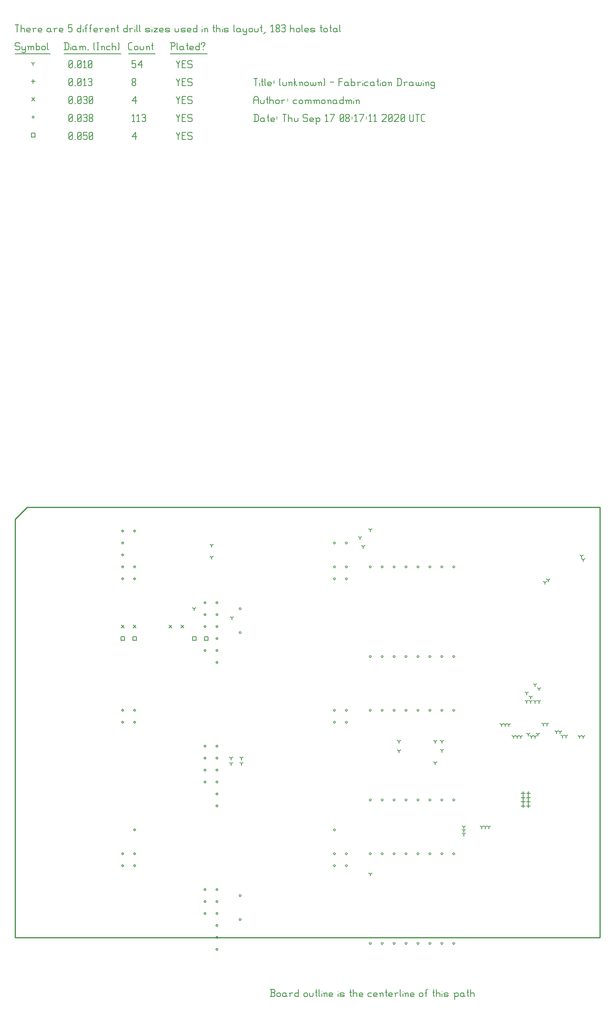
<source format=gbr>
G04 start of page 14 for group -3984 idx -3984 *
G04 Title: (unknown), fab *
G04 Creator: pcb 4.2.0 *
G04 CreationDate: Thu Sep 17 08:17:11 2020 UTC *
G04 For: commonadmin *
G04 Format: Gerber/RS-274X *
G04 PCB-Dimensions (mil): 6000.00 7000.00 *
G04 PCB-Coordinate-Origin: lower left *
%MOIN*%
%FSLAX25Y25*%
%LNFAB*%
%ADD99C,0.0100*%
%ADD98C,0.0075*%
%ADD97C,0.0060*%
%ADD96C,0.0080*%
G54D96*X158400Y291600D02*X161600D01*
X158400D02*Y288400D01*
X161600D01*
Y291600D02*Y288400D01*
X98400Y291600D02*X101600D01*
X98400D02*Y288400D01*
X101600D01*
Y291600D02*Y288400D01*
X88400Y291600D02*X91600D01*
X88400D02*Y288400D01*
X91600D01*
Y291600D02*Y288400D01*
X148400Y291600D02*X151600D01*
X148400D02*Y288400D01*
X151600D01*
Y291600D02*Y288400D01*
X13400Y712850D02*X16600D01*
X13400D02*Y709650D01*
X16600D01*
Y712850D02*Y709650D01*
G54D97*X135000Y713500D02*X136500Y710500D01*
X138000Y713500D01*
X136500Y710500D02*Y707500D01*
X139800Y710800D02*X142050D01*
X139800Y707500D02*X142800D01*
X139800Y713500D02*Y707500D01*
Y713500D02*X142800D01*
X147600D02*X148350Y712750D01*
X145350Y713500D02*X147600D01*
X144600Y712750D02*X145350Y713500D01*
X144600Y712750D02*Y711250D01*
X145350Y710500D01*
X147600D01*
X148350Y709750D01*
Y708250D01*
X147600Y707500D02*X148350Y708250D01*
X145350Y707500D02*X147600D01*
X144600Y708250D02*X145350Y707500D01*
X98000Y709750D02*X101000Y713500D01*
X98000Y709750D02*X101750D01*
X101000Y713500D02*Y707500D01*
X45000Y708250D02*X45750Y707500D01*
X45000Y712750D02*Y708250D01*
Y712750D02*X45750Y713500D01*
X47250D01*
X48000Y712750D01*
Y708250D01*
X47250Y707500D02*X48000Y708250D01*
X45750Y707500D02*X47250D01*
X45000Y709000D02*X48000Y712000D01*
X49800Y707500D02*X50550D01*
X52350Y708250D02*X53100Y707500D01*
X52350Y712750D02*Y708250D01*
Y712750D02*X53100Y713500D01*
X54600D01*
X55350Y712750D01*
Y708250D01*
X54600Y707500D02*X55350Y708250D01*
X53100Y707500D02*X54600D01*
X52350Y709000D02*X55350Y712000D01*
X57150Y713500D02*X60150D01*
X57150D02*Y710500D01*
X57900Y711250D01*
X59400D01*
X60150Y710500D01*
Y708250D01*
X59400Y707500D02*X60150Y708250D01*
X57900Y707500D02*X59400D01*
X57150Y708250D02*X57900Y707500D01*
X61950Y708250D02*X62700Y707500D01*
X61950Y712750D02*Y708250D01*
Y712750D02*X62700Y713500D01*
X64200D01*
X64950Y712750D01*
Y708250D01*
X64200Y707500D02*X64950Y708250D01*
X62700Y707500D02*X64200D01*
X61950Y709000D02*X64950Y712000D01*
X296700Y155000D02*G75*G03X298300Y155000I800J0D01*G01*
G75*G03X296700Y155000I-800J0D01*G01*
X306700D02*G75*G03X308300Y155000I800J0D01*G01*
G75*G03X306700Y155000I-800J0D01*G01*
X316700D02*G75*G03X318300Y155000I800J0D01*G01*
G75*G03X316700Y155000I-800J0D01*G01*
X326700D02*G75*G03X328300Y155000I800J0D01*G01*
G75*G03X326700Y155000I-800J0D01*G01*
X336700D02*G75*G03X338300Y155000I800J0D01*G01*
G75*G03X336700Y155000I-800J0D01*G01*
X346700D02*G75*G03X348300Y155000I800J0D01*G01*
G75*G03X346700Y155000I-800J0D01*G01*
X356700D02*G75*G03X358300Y155000I800J0D01*G01*
G75*G03X356700Y155000I-800J0D01*G01*
X366700D02*G75*G03X368300Y155000I800J0D01*G01*
G75*G03X366700Y155000I-800J0D01*G01*
X296700Y230000D02*G75*G03X298300Y230000I800J0D01*G01*
G75*G03X296700Y230000I-800J0D01*G01*
X306700D02*G75*G03X308300Y230000I800J0D01*G01*
G75*G03X306700Y230000I-800J0D01*G01*
X316700D02*G75*G03X318300Y230000I800J0D01*G01*
G75*G03X316700Y230000I-800J0D01*G01*
X326700D02*G75*G03X328300Y230000I800J0D01*G01*
G75*G03X326700Y230000I-800J0D01*G01*
X336700D02*G75*G03X338300Y230000I800J0D01*G01*
G75*G03X336700Y230000I-800J0D01*G01*
X346700D02*G75*G03X348300Y230000I800J0D01*G01*
G75*G03X346700Y230000I-800J0D01*G01*
X356700D02*G75*G03X358300Y230000I800J0D01*G01*
G75*G03X356700Y230000I-800J0D01*G01*
X366700D02*G75*G03X368300Y230000I800J0D01*G01*
G75*G03X366700Y230000I-800J0D01*G01*
X276700D02*G75*G03X278300Y230000I800J0D01*G01*
G75*G03X276700Y230000I-800J0D01*G01*
Y220000D02*G75*G03X278300Y220000I800J0D01*G01*
G75*G03X276700Y220000I-800J0D01*G01*
X266700D02*G75*G03X268300Y220000I800J0D01*G01*
G75*G03X266700Y220000I-800J0D01*G01*
Y230000D02*G75*G03X268300Y230000I800J0D01*G01*
G75*G03X266700Y230000I-800J0D01*G01*
X99200D02*G75*G03X100800Y230000I800J0D01*G01*
G75*G03X99200Y230000I-800J0D01*G01*
Y220000D02*G75*G03X100800Y220000I800J0D01*G01*
G75*G03X99200Y220000I-800J0D01*G01*
X89200D02*G75*G03X90800Y220000I800J0D01*G01*
G75*G03X89200Y220000I-800J0D01*G01*
Y230000D02*G75*G03X90800Y230000I800J0D01*G01*
G75*G03X89200Y230000I-800J0D01*G01*
X168200Y80000D02*G75*G03X169800Y80000I800J0D01*G01*
G75*G03X168200Y80000I-800J0D01*G01*
Y70000D02*G75*G03X169800Y70000I800J0D01*G01*
G75*G03X168200Y70000I-800J0D01*G01*
Y60000D02*G75*G03X169800Y60000I800J0D01*G01*
G75*G03X168200Y60000I-800J0D01*G01*
Y50000D02*G75*G03X169800Y50000I800J0D01*G01*
G75*G03X168200Y50000I-800J0D01*G01*
Y40000D02*G75*G03X169800Y40000I800J0D01*G01*
G75*G03X168200Y40000I-800J0D01*G01*
Y30000D02*G75*G03X169800Y30000I800J0D01*G01*
G75*G03X168200Y30000I-800J0D01*G01*
Y200000D02*G75*G03X169800Y200000I800J0D01*G01*
G75*G03X168200Y200000I-800J0D01*G01*
Y190000D02*G75*G03X169800Y190000I800J0D01*G01*
G75*G03X168200Y190000I-800J0D01*G01*
Y180000D02*G75*G03X169800Y180000I800J0D01*G01*
G75*G03X168200Y180000I-800J0D01*G01*
Y170000D02*G75*G03X169800Y170000I800J0D01*G01*
G75*G03X168200Y170000I-800J0D01*G01*
Y160000D02*G75*G03X169800Y160000I800J0D01*G01*
G75*G03X168200Y160000I-800J0D01*G01*
Y150000D02*G75*G03X169800Y150000I800J0D01*G01*
G75*G03X168200Y150000I-800J0D01*G01*
Y320000D02*G75*G03X169800Y320000I800J0D01*G01*
G75*G03X168200Y320000I-800J0D01*G01*
Y310000D02*G75*G03X169800Y310000I800J0D01*G01*
G75*G03X168200Y310000I-800J0D01*G01*
Y300000D02*G75*G03X169800Y300000I800J0D01*G01*
G75*G03X168200Y300000I-800J0D01*G01*
Y290000D02*G75*G03X169800Y290000I800J0D01*G01*
G75*G03X168200Y290000I-800J0D01*G01*
Y280000D02*G75*G03X169800Y280000I800J0D01*G01*
G75*G03X168200Y280000I-800J0D01*G01*
Y270000D02*G75*G03X169800Y270000I800J0D01*G01*
G75*G03X168200Y270000I-800J0D01*G01*
X89200Y110000D02*G75*G03X90800Y110000I800J0D01*G01*
G75*G03X89200Y110000I-800J0D01*G01*
Y100000D02*G75*G03X90800Y100000I800J0D01*G01*
G75*G03X89200Y100000I-800J0D01*G01*
X99200D02*G75*G03X100800Y100000I800J0D01*G01*
G75*G03X99200Y100000I-800J0D01*G01*
Y110000D02*G75*G03X100800Y110000I800J0D01*G01*
G75*G03X99200Y110000I-800J0D01*G01*
X266700D02*G75*G03X268300Y110000I800J0D01*G01*
G75*G03X266700Y110000I-800J0D01*G01*
Y100000D02*G75*G03X268300Y100000I800J0D01*G01*
G75*G03X266700Y100000I-800J0D01*G01*
X276700D02*G75*G03X278300Y100000I800J0D01*G01*
G75*G03X276700Y100000I-800J0D01*G01*
Y110000D02*G75*G03X278300Y110000I800J0D01*G01*
G75*G03X276700Y110000I-800J0D01*G01*
X187700Y75000D02*G75*G03X189300Y75000I800J0D01*G01*
G75*G03X187700Y75000I-800J0D01*G01*
Y55000D02*G75*G03X189300Y55000I800J0D01*G01*
G75*G03X187700Y55000I-800J0D01*G01*
X366700Y110000D02*G75*G03X368300Y110000I800J0D01*G01*
G75*G03X366700Y110000I-800J0D01*G01*
X356700D02*G75*G03X358300Y110000I800J0D01*G01*
G75*G03X356700Y110000I-800J0D01*G01*
X346700D02*G75*G03X348300Y110000I800J0D01*G01*
G75*G03X346700Y110000I-800J0D01*G01*
X336700D02*G75*G03X338300Y110000I800J0D01*G01*
G75*G03X336700Y110000I-800J0D01*G01*
X326700D02*G75*G03X328300Y110000I800J0D01*G01*
G75*G03X326700Y110000I-800J0D01*G01*
X316700D02*G75*G03X318300Y110000I800J0D01*G01*
G75*G03X316700Y110000I-800J0D01*G01*
X306700D02*G75*G03X308300Y110000I800J0D01*G01*
G75*G03X306700Y110000I-800J0D01*G01*
X296700D02*G75*G03X298300Y110000I800J0D01*G01*
G75*G03X296700Y110000I-800J0D01*G01*
X366700Y35000D02*G75*G03X368300Y35000I800J0D01*G01*
G75*G03X366700Y35000I-800J0D01*G01*
X356700D02*G75*G03X358300Y35000I800J0D01*G01*
G75*G03X356700Y35000I-800J0D01*G01*
X346700D02*G75*G03X348300Y35000I800J0D01*G01*
G75*G03X346700Y35000I-800J0D01*G01*
X336700D02*G75*G03X338300Y35000I800J0D01*G01*
G75*G03X336700Y35000I-800J0D01*G01*
X326700D02*G75*G03X328300Y35000I800J0D01*G01*
G75*G03X326700Y35000I-800J0D01*G01*
X316700D02*G75*G03X318300Y35000I800J0D01*G01*
G75*G03X316700Y35000I-800J0D01*G01*
X306700D02*G75*G03X308300Y35000I800J0D01*G01*
G75*G03X306700Y35000I-800J0D01*G01*
X296700D02*G75*G03X298300Y35000I800J0D01*G01*
G75*G03X296700Y35000I-800J0D01*G01*
X89200Y350000D02*G75*G03X90800Y350000I800J0D01*G01*
G75*G03X89200Y350000I-800J0D01*G01*
Y340000D02*G75*G03X90800Y340000I800J0D01*G01*
G75*G03X89200Y340000I-800J0D01*G01*
X99200D02*G75*G03X100800Y340000I800J0D01*G01*
G75*G03X99200Y340000I-800J0D01*G01*
Y350000D02*G75*G03X100800Y350000I800J0D01*G01*
G75*G03X99200Y350000I-800J0D01*G01*
X266700D02*G75*G03X268300Y350000I800J0D01*G01*
G75*G03X266700Y350000I-800J0D01*G01*
Y340000D02*G75*G03X268300Y340000I800J0D01*G01*
G75*G03X266700Y340000I-800J0D01*G01*
X276700D02*G75*G03X278300Y340000I800J0D01*G01*
G75*G03X276700Y340000I-800J0D01*G01*
Y350000D02*G75*G03X278300Y350000I800J0D01*G01*
G75*G03X276700Y350000I-800J0D01*G01*
X187700Y315000D02*G75*G03X189300Y315000I800J0D01*G01*
G75*G03X187700Y315000I-800J0D01*G01*
Y295000D02*G75*G03X189300Y295000I800J0D01*G01*
G75*G03X187700Y295000I-800J0D01*G01*
X366700Y275000D02*G75*G03X368300Y275000I800J0D01*G01*
G75*G03X366700Y275000I-800J0D01*G01*
X356700D02*G75*G03X358300Y275000I800J0D01*G01*
G75*G03X356700Y275000I-800J0D01*G01*
X346700D02*G75*G03X348300Y275000I800J0D01*G01*
G75*G03X346700Y275000I-800J0D01*G01*
X336700D02*G75*G03X338300Y275000I800J0D01*G01*
G75*G03X336700Y275000I-800J0D01*G01*
X326700D02*G75*G03X328300Y275000I800J0D01*G01*
G75*G03X326700Y275000I-800J0D01*G01*
X316700D02*G75*G03X318300Y275000I800J0D01*G01*
G75*G03X316700Y275000I-800J0D01*G01*
X306700D02*G75*G03X308300Y275000I800J0D01*G01*
G75*G03X306700Y275000I-800J0D01*G01*
X296700D02*G75*G03X298300Y275000I800J0D01*G01*
G75*G03X296700Y275000I-800J0D01*G01*
X366700Y350000D02*G75*G03X368300Y350000I800J0D01*G01*
G75*G03X366700Y350000I-800J0D01*G01*
X356700D02*G75*G03X358300Y350000I800J0D01*G01*
G75*G03X356700Y350000I-800J0D01*G01*
X346700D02*G75*G03X348300Y350000I800J0D01*G01*
G75*G03X346700Y350000I-800J0D01*G01*
X336700D02*G75*G03X338300Y350000I800J0D01*G01*
G75*G03X336700Y350000I-800J0D01*G01*
X326700D02*G75*G03X328300Y350000I800J0D01*G01*
G75*G03X326700Y350000I-800J0D01*G01*
X316700D02*G75*G03X318300Y350000I800J0D01*G01*
G75*G03X316700Y350000I-800J0D01*G01*
X306700D02*G75*G03X308300Y350000I800J0D01*G01*
G75*G03X306700Y350000I-800J0D01*G01*
X296700D02*G75*G03X298300Y350000I800J0D01*G01*
G75*G03X296700Y350000I-800J0D01*G01*
X276700Y370000D02*G75*G03X278300Y370000I800J0D01*G01*
G75*G03X276700Y370000I-800J0D01*G01*
X158200Y320000D02*G75*G03X159800Y320000I800J0D01*G01*
G75*G03X158200Y320000I-800J0D01*G01*
Y310000D02*G75*G03X159800Y310000I800J0D01*G01*
G75*G03X158200Y310000I-800J0D01*G01*
Y280000D02*G75*G03X159800Y280000I800J0D01*G01*
G75*G03X158200Y280000I-800J0D01*G01*
X266700Y370000D02*G75*G03X268300Y370000I800J0D01*G01*
G75*G03X266700Y370000I-800J0D01*G01*
X99200Y380000D02*G75*G03X100800Y380000I800J0D01*G01*
G75*G03X99200Y380000I-800J0D01*G01*
X158200Y200000D02*G75*G03X159800Y200000I800J0D01*G01*
G75*G03X158200Y200000I-800J0D01*G01*
Y190000D02*G75*G03X159800Y190000I800J0D01*G01*
G75*G03X158200Y190000I-800J0D01*G01*
Y180000D02*G75*G03X159800Y180000I800J0D01*G01*
G75*G03X158200Y180000I-800J0D01*G01*
Y170000D02*G75*G03X159800Y170000I800J0D01*G01*
G75*G03X158200Y170000I-800J0D01*G01*
Y80000D02*G75*G03X159800Y80000I800J0D01*G01*
G75*G03X158200Y80000I-800J0D01*G01*
Y70000D02*G75*G03X159800Y70000I800J0D01*G01*
G75*G03X158200Y70000I-800J0D01*G01*
Y60000D02*G75*G03X159800Y60000I800J0D01*G01*
G75*G03X158200Y60000I-800J0D01*G01*
X99200Y130000D02*G75*G03X100800Y130000I800J0D01*G01*
G75*G03X99200Y130000I-800J0D01*G01*
X266700D02*G75*G03X268300Y130000I800J0D01*G01*
G75*G03X266700Y130000I-800J0D01*G01*
X89200Y370000D02*G75*G03X90800Y370000I800J0D01*G01*
G75*G03X89200Y370000I-800J0D01*G01*
Y380000D02*G75*G03X90800Y380000I800J0D01*G01*
G75*G03X89200Y380000I-800J0D01*G01*
Y360000D02*G75*G03X90800Y360000I800J0D01*G01*
G75*G03X89200Y360000I-800J0D01*G01*
X158200Y300000D02*G75*G03X159800Y300000I800J0D01*G01*
G75*G03X158200Y300000I-800J0D01*G01*
X14200Y726250D02*G75*G03X15800Y726250I800J0D01*G01*
G75*G03X14200Y726250I-800J0D01*G01*
X135000Y728500D02*X136500Y725500D01*
X138000Y728500D01*
X136500Y725500D02*Y722500D01*
X139800Y725800D02*X142050D01*
X139800Y722500D02*X142800D01*
X139800Y728500D02*Y722500D01*
Y728500D02*X142800D01*
X147600D02*X148350Y727750D01*
X145350Y728500D02*X147600D01*
X144600Y727750D02*X145350Y728500D01*
X144600Y727750D02*Y726250D01*
X145350Y725500D01*
X147600D01*
X148350Y724750D01*
Y723250D01*
X147600Y722500D02*X148350Y723250D01*
X145350Y722500D02*X147600D01*
X144600Y723250D02*X145350Y722500D01*
X98000Y727300D02*X99200Y728500D01*
Y722500D01*
X98000D02*X100250D01*
X102050Y727300D02*X103250Y728500D01*
Y722500D01*
X102050D02*X104300D01*
X106100Y727750D02*X106850Y728500D01*
X108350D01*
X109100Y727750D01*
X108350Y722500D02*X109100Y723250D01*
X106850Y722500D02*X108350D01*
X106100Y723250D02*X106850Y722500D01*
Y725800D02*X108350D01*
X109100Y727750D02*Y726550D01*
Y725050D02*Y723250D01*
Y725050D02*X108350Y725800D01*
X109100Y726550D02*X108350Y725800D01*
X45000Y723250D02*X45750Y722500D01*
X45000Y727750D02*Y723250D01*
Y727750D02*X45750Y728500D01*
X47250D01*
X48000Y727750D01*
Y723250D01*
X47250Y722500D02*X48000Y723250D01*
X45750Y722500D02*X47250D01*
X45000Y724000D02*X48000Y727000D01*
X49800Y722500D02*X50550D01*
X52350Y723250D02*X53100Y722500D01*
X52350Y727750D02*Y723250D01*
Y727750D02*X53100Y728500D01*
X54600D01*
X55350Y727750D01*
Y723250D01*
X54600Y722500D02*X55350Y723250D01*
X53100Y722500D02*X54600D01*
X52350Y724000D02*X55350Y727000D01*
X57150Y727750D02*X57900Y728500D01*
X59400D01*
X60150Y727750D01*
X59400Y722500D02*X60150Y723250D01*
X57900Y722500D02*X59400D01*
X57150Y723250D02*X57900Y722500D01*
Y725800D02*X59400D01*
X60150Y727750D02*Y726550D01*
Y725050D02*Y723250D01*
Y725050D02*X59400Y725800D01*
X60150Y726550D02*X59400Y725800D01*
X61950Y723250D02*X62700Y722500D01*
X61950Y724450D02*Y723250D01*
Y724450D02*X63000Y725500D01*
X63900D01*
X64950Y724450D01*
Y723250D01*
X64200Y722500D02*X64950Y723250D01*
X62700Y722500D02*X64200D01*
X61950Y726550D02*X63000Y725500D01*
X61950Y727750D02*Y726550D01*
Y727750D02*X62700Y728500D01*
X64200D01*
X64950Y727750D01*
Y726550D01*
X63900Y725500D02*X64950Y726550D01*
X88800Y301200D02*X91200Y298800D01*
X88800D02*X91200Y301200D01*
X128800D02*X131200Y298800D01*
X128800D02*X131200Y301200D01*
X138800D02*X141200Y298800D01*
X138800D02*X141200Y301200D01*
X98800D02*X101200Y298800D01*
X98800D02*X101200Y301200D01*
X13800Y742450D02*X16200Y740050D01*
X13800D02*X16200Y742450D01*
X135000Y743500D02*X136500Y740500D01*
X138000Y743500D01*
X136500Y740500D02*Y737500D01*
X139800Y740800D02*X142050D01*
X139800Y737500D02*X142800D01*
X139800Y743500D02*Y737500D01*
Y743500D02*X142800D01*
X147600D02*X148350Y742750D01*
X145350Y743500D02*X147600D01*
X144600Y742750D02*X145350Y743500D01*
X144600Y742750D02*Y741250D01*
X145350Y740500D01*
X147600D01*
X148350Y739750D01*
Y738250D01*
X147600Y737500D02*X148350Y738250D01*
X145350Y737500D02*X147600D01*
X144600Y738250D02*X145350Y737500D01*
X98000Y739750D02*X101000Y743500D01*
X98000Y739750D02*X101750D01*
X101000Y743500D02*Y737500D01*
X45000Y738250D02*X45750Y737500D01*
X45000Y742750D02*Y738250D01*
Y742750D02*X45750Y743500D01*
X47250D01*
X48000Y742750D01*
Y738250D01*
X47250Y737500D02*X48000Y738250D01*
X45750Y737500D02*X47250D01*
X45000Y739000D02*X48000Y742000D01*
X49800Y737500D02*X50550D01*
X52350Y738250D02*X53100Y737500D01*
X52350Y742750D02*Y738250D01*
Y742750D02*X53100Y743500D01*
X54600D01*
X55350Y742750D01*
Y738250D01*
X54600Y737500D02*X55350Y738250D01*
X53100Y737500D02*X54600D01*
X52350Y739000D02*X55350Y742000D01*
X57150Y742750D02*X57900Y743500D01*
X59400D01*
X60150Y742750D01*
X59400Y737500D02*X60150Y738250D01*
X57900Y737500D02*X59400D01*
X57150Y738250D02*X57900Y737500D01*
Y740800D02*X59400D01*
X60150Y742750D02*Y741550D01*
Y740050D02*Y738250D01*
Y740050D02*X59400Y740800D01*
X60150Y741550D02*X59400Y740800D01*
X61950Y738250D02*X62700Y737500D01*
X61950Y742750D02*Y738250D01*
Y742750D02*X62700Y743500D01*
X64200D01*
X64950Y742750D01*
Y738250D01*
X64200Y737500D02*X64950Y738250D01*
X62700Y737500D02*X64200D01*
X61950Y739000D02*X64950Y742000D01*
X425500Y155100D02*Y151900D01*
X423900Y153500D02*X427100D01*
X430000Y158600D02*Y155400D01*
X428400Y157000D02*X431600D01*
X425500Y158600D02*Y155400D01*
X423900Y157000D02*X427100D01*
X425500Y162100D02*Y158900D01*
X423900Y160500D02*X427100D01*
X430000Y162100D02*Y158900D01*
X428400Y160500D02*X431600D01*
X425500Y151600D02*Y148400D01*
X423900Y150000D02*X427100D01*
X430000Y151600D02*Y148400D01*
X428400Y150000D02*X431600D01*
X430000Y155100D02*Y151900D01*
X428400Y153500D02*X431600D01*
X15000Y757850D02*Y754650D01*
X13400Y756250D02*X16600D01*
X135000Y758500D02*X136500Y755500D01*
X138000Y758500D01*
X136500Y755500D02*Y752500D01*
X139800Y755800D02*X142050D01*
X139800Y752500D02*X142800D01*
X139800Y758500D02*Y752500D01*
Y758500D02*X142800D01*
X147600D02*X148350Y757750D01*
X145350Y758500D02*X147600D01*
X144600Y757750D02*X145350Y758500D01*
X144600Y757750D02*Y756250D01*
X145350Y755500D01*
X147600D01*
X148350Y754750D01*
Y753250D01*
X147600Y752500D02*X148350Y753250D01*
X145350Y752500D02*X147600D01*
X144600Y753250D02*X145350Y752500D01*
X98000Y753250D02*X98750Y752500D01*
X98000Y754450D02*Y753250D01*
Y754450D02*X99050Y755500D01*
X99950D01*
X101000Y754450D01*
Y753250D01*
X100250Y752500D02*X101000Y753250D01*
X98750Y752500D02*X100250D01*
X98000Y756550D02*X99050Y755500D01*
X98000Y757750D02*Y756550D01*
Y757750D02*X98750Y758500D01*
X100250D01*
X101000Y757750D01*
Y756550D01*
X99950Y755500D02*X101000Y756550D01*
X45000Y753250D02*X45750Y752500D01*
X45000Y757750D02*Y753250D01*
Y757750D02*X45750Y758500D01*
X47250D01*
X48000Y757750D01*
Y753250D01*
X47250Y752500D02*X48000Y753250D01*
X45750Y752500D02*X47250D01*
X45000Y754000D02*X48000Y757000D01*
X49800Y752500D02*X50550D01*
X52350Y753250D02*X53100Y752500D01*
X52350Y757750D02*Y753250D01*
Y757750D02*X53100Y758500D01*
X54600D01*
X55350Y757750D01*
Y753250D01*
X54600Y752500D02*X55350Y753250D01*
X53100Y752500D02*X54600D01*
X52350Y754000D02*X55350Y757000D01*
X57150Y757300D02*X58350Y758500D01*
Y752500D01*
X57150D02*X59400D01*
X61200Y757750D02*X61950Y758500D01*
X63450D01*
X64200Y757750D01*
X63450Y752500D02*X64200Y753250D01*
X61950Y752500D02*X63450D01*
X61200Y753250D02*X61950Y752500D01*
Y755800D02*X63450D01*
X64200Y757750D02*Y756550D01*
Y755050D02*Y753250D01*
Y755050D02*X63450Y755800D01*
X64200Y756550D02*X63450Y755800D01*
X458499Y208500D02*Y206900D01*
Y208500D02*X459886Y209300D01*
X458499Y208500D02*X457113Y209300D01*
X461500Y208500D02*Y206900D01*
Y208500D02*X462887Y209300D01*
X461500Y208500D02*X460113Y209300D01*
X453500Y212000D02*Y210400D01*
Y212000D02*X454887Y212800D01*
X453500Y212000D02*X452113Y212800D01*
X456500Y212000D02*Y210400D01*
Y212000D02*X457887Y212800D01*
X456500Y212000D02*X455113Y212800D01*
X442500Y218500D02*Y216900D01*
Y218500D02*X443887Y219300D01*
X442500Y218500D02*X441113Y219300D01*
X445500Y218500D02*Y216900D01*
Y218500D02*X446887Y219300D01*
X445500Y218500D02*X444113Y219300D01*
X430000Y210000D02*Y208400D01*
Y210000D02*X431387Y210800D01*
X430000Y210000D02*X428613Y210800D01*
X432500Y208000D02*Y206400D01*
Y208000D02*X433887Y208800D01*
X432500Y208000D02*X431113Y208800D01*
X435500Y208000D02*Y206400D01*
Y208000D02*X436887Y208800D01*
X435500Y208000D02*X434113Y208800D01*
X438000Y210000D02*Y208400D01*
Y210000D02*X439387Y210800D01*
X438000Y210000D02*X436613Y210800D01*
X473000Y208000D02*Y206400D01*
Y208000D02*X474387Y208800D01*
X473000Y208000D02*X471613Y208800D01*
X476000Y208000D02*Y206400D01*
Y208000D02*X477387Y208800D01*
X476000Y208000D02*X474613Y208800D01*
X417500Y208000D02*Y206400D01*
Y208000D02*X418887Y208800D01*
X417500Y208000D02*X416113Y208800D01*
X420500Y208000D02*Y206400D01*
Y208000D02*X421887Y208800D01*
X420500Y208000D02*X419113Y208800D01*
X423500Y208000D02*Y206400D01*
Y208000D02*X424887Y208800D01*
X423500Y208000D02*X422113Y208800D01*
X407500Y218000D02*Y216400D01*
Y218000D02*X408887Y218800D01*
X407500Y218000D02*X406113Y218800D01*
X410500Y218000D02*Y216400D01*
Y218000D02*X411887Y218800D01*
X410500Y218000D02*X409113Y218800D01*
X413500Y218000D02*Y216400D01*
Y218000D02*X414887Y218800D01*
X413500Y218000D02*X412113Y218800D01*
X291500Y367000D02*Y365400D01*
Y367000D02*X292887Y367800D01*
X291500Y367000D02*X290113Y367800D01*
X289000Y374500D02*Y372900D01*
Y374500D02*X290387Y375300D01*
X289000Y374500D02*X287613Y375300D01*
X164500Y368000D02*Y366400D01*
Y368000D02*X165887Y368800D01*
X164500Y368000D02*X163113Y368800D01*
X164500Y358000D02*Y356400D01*
Y358000D02*X165887Y358800D01*
X164500Y358000D02*X163113Y358800D01*
X297500Y381000D02*Y379400D01*
Y381000D02*X298887Y381800D01*
X297500Y381000D02*X296113Y381800D01*
X321500Y196000D02*Y194400D01*
Y196000D02*X322887Y196800D01*
X321500Y196000D02*X320113Y196800D01*
X297500Y93000D02*Y91400D01*
Y93000D02*X298887Y93800D01*
X297500Y93000D02*X296113Y93800D01*
X376000Y132500D02*Y130900D01*
Y132500D02*X377387Y133300D01*
X376000Y132500D02*X374613Y133300D01*
X391000Y132500D02*Y130900D01*
Y132500D02*X392387Y133300D01*
X391000Y132500D02*X389613Y133300D01*
X394000Y132500D02*Y130900D01*
Y132500D02*X395387Y133300D01*
X394000Y132500D02*X392613Y133300D01*
X397000Y132500D02*Y130900D01*
Y132500D02*X398387Y133300D01*
X397000Y132500D02*X395613Y133300D01*
X376000Y126500D02*Y124900D01*
Y126500D02*X377387Y127300D01*
X376000Y126500D02*X374613Y127300D01*
X376000Y129500D02*Y127900D01*
Y129500D02*X377387Y130300D01*
X376000Y129500D02*X374613Y130300D01*
X150000Y315000D02*Y313400D01*
Y315000D02*X151387Y315800D01*
X150000Y315000D02*X148613Y315800D01*
X181500Y307500D02*Y305900D01*
Y307500D02*X182887Y308300D01*
X181500Y307500D02*X180113Y308300D01*
X352000Y204000D02*Y202400D01*
Y204000D02*X353387Y204800D01*
X352000Y204000D02*X350613Y204800D01*
X352000Y186000D02*Y184400D01*
Y186000D02*X353387Y186800D01*
X352000Y186000D02*X350613Y186800D01*
X189500Y185500D02*Y183900D01*
Y185500D02*X190887Y186300D01*
X189500Y185500D02*X188113Y186300D01*
X181000Y185500D02*Y183900D01*
Y185500D02*X182387Y186300D01*
X181000Y185500D02*X179613Y186300D01*
X357500Y204000D02*Y202400D01*
Y204000D02*X358887Y204800D01*
X357500Y204000D02*X356113Y204800D01*
X357500Y196500D02*Y194900D01*
Y196500D02*X358887Y197300D01*
X357500Y196500D02*X356113Y197300D01*
X189500Y190000D02*Y188400D01*
Y190000D02*X190887Y190800D01*
X189500Y190000D02*X188113Y190800D01*
X181000Y190000D02*Y188400D01*
Y190000D02*X182387Y190800D01*
X181000Y190000D02*X179613Y190800D01*
X321500Y204000D02*Y202400D01*
Y204000D02*X322887Y204800D01*
X321500Y204000D02*X320113Y204800D01*
X439000Y237500D02*Y235900D01*
Y237500D02*X440387Y238300D01*
X439000Y237500D02*X437613Y238300D01*
X435500Y237500D02*Y235900D01*
Y237500D02*X436887Y238300D01*
X435500Y237500D02*X434113Y238300D01*
X432000Y237500D02*Y235900D01*
Y237500D02*X433387Y238300D01*
X432000Y237500D02*X430613Y238300D01*
X428500Y237500D02*Y235900D01*
Y237500D02*X429887Y238300D01*
X428500Y237500D02*X427113Y238300D01*
X439000Y248000D02*Y246400D01*
Y248000D02*X440387Y248800D01*
X439000Y248000D02*X437613Y248800D01*
X435500Y251500D02*Y249900D01*
Y251500D02*X436887Y252300D01*
X435500Y251500D02*X434113Y252300D01*
X432000Y241000D02*Y239400D01*
Y241000D02*X433387Y241800D01*
X432000Y241000D02*X430613Y241800D01*
X428500Y244500D02*Y242900D01*
Y244500D02*X429887Y245300D01*
X428500Y244500D02*X427113Y245300D01*
X444000Y337000D02*Y335400D01*
Y337000D02*X445387Y337800D01*
X444000Y337000D02*X442613Y337800D01*
X474500Y359000D02*Y357400D01*
Y359000D02*X475887Y359800D01*
X474500Y359000D02*X473113Y359800D01*
X446500Y339000D02*Y337400D01*
Y339000D02*X447887Y339800D01*
X446500Y339000D02*X445113Y339800D01*
X476000Y356000D02*Y354400D01*
Y356000D02*X477387Y356800D01*
X476000Y356000D02*X474613Y356800D01*
X15000Y771250D02*Y769650D01*
Y771250D02*X16387Y772050D01*
X15000Y771250D02*X13613Y772050D01*
X135000Y773500D02*X136500Y770500D01*
X138000Y773500D01*
X136500Y770500D02*Y767500D01*
X139800Y770800D02*X142050D01*
X139800Y767500D02*X142800D01*
X139800Y773500D02*Y767500D01*
Y773500D02*X142800D01*
X147600D02*X148350Y772750D01*
X145350Y773500D02*X147600D01*
X144600Y772750D02*X145350Y773500D01*
X144600Y772750D02*Y771250D01*
X145350Y770500D01*
X147600D01*
X148350Y769750D01*
Y768250D01*
X147600Y767500D02*X148350Y768250D01*
X145350Y767500D02*X147600D01*
X144600Y768250D02*X145350Y767500D01*
X98000Y773500D02*X101000D01*
X98000D02*Y770500D01*
X98750Y771250D01*
X100250D01*
X101000Y770500D01*
Y768250D01*
X100250Y767500D02*X101000Y768250D01*
X98750Y767500D02*X100250D01*
X98000Y768250D02*X98750Y767500D01*
X102800Y769750D02*X105800Y773500D01*
X102800Y769750D02*X106550D01*
X105800Y773500D02*Y767500D01*
X45000Y768250D02*X45750Y767500D01*
X45000Y772750D02*Y768250D01*
Y772750D02*X45750Y773500D01*
X47250D01*
X48000Y772750D01*
Y768250D01*
X47250Y767500D02*X48000Y768250D01*
X45750Y767500D02*X47250D01*
X45000Y769000D02*X48000Y772000D01*
X49800Y767500D02*X50550D01*
X52350Y768250D02*X53100Y767500D01*
X52350Y772750D02*Y768250D01*
Y772750D02*X53100Y773500D01*
X54600D01*
X55350Y772750D01*
Y768250D01*
X54600Y767500D02*X55350Y768250D01*
X53100Y767500D02*X54600D01*
X52350Y769000D02*X55350Y772000D01*
X57150Y772300D02*X58350Y773500D01*
Y767500D01*
X57150D02*X59400D01*
X61200Y768250D02*X61950Y767500D01*
X61200Y772750D02*Y768250D01*
Y772750D02*X61950Y773500D01*
X63450D01*
X64200Y772750D01*
Y768250D01*
X63450Y767500D02*X64200Y768250D01*
X61950Y767500D02*X63450D01*
X61200Y769000D02*X64200Y772000D01*
X3000Y788500D02*X3750Y787750D01*
X750Y788500D02*X3000D01*
X0Y787750D02*X750Y788500D01*
X0Y787750D02*Y786250D01*
X750Y785500D01*
X3000D01*
X3750Y784750D01*
Y783250D01*
X3000Y782500D02*X3750Y783250D01*
X750Y782500D02*X3000D01*
X0Y783250D02*X750Y782500D01*
X5550Y785500D02*Y783250D01*
X6300Y782500D01*
X8550Y785500D02*Y781000D01*
X7800Y780250D02*X8550Y781000D01*
X6300Y780250D02*X7800D01*
X5550Y781000D02*X6300Y780250D01*
Y782500D02*X7800D01*
X8550Y783250D01*
X11100Y784750D02*Y782500D01*
Y784750D02*X11850Y785500D01*
X12600D01*
X13350Y784750D01*
Y782500D01*
Y784750D02*X14100Y785500D01*
X14850D01*
X15600Y784750D01*
Y782500D01*
X10350Y785500D02*X11100Y784750D01*
X17400Y788500D02*Y782500D01*
Y783250D02*X18150Y782500D01*
X19650D01*
X20400Y783250D01*
Y784750D02*Y783250D01*
X19650Y785500D02*X20400Y784750D01*
X18150Y785500D02*X19650D01*
X17400Y784750D02*X18150Y785500D01*
X22200Y784750D02*Y783250D01*
Y784750D02*X22950Y785500D01*
X24450D01*
X25200Y784750D01*
Y783250D01*
X24450Y782500D02*X25200Y783250D01*
X22950Y782500D02*X24450D01*
X22200Y783250D02*X22950Y782500D01*
X27000Y788500D02*Y783250D01*
X27750Y782500D01*
X0Y779250D02*X29250D01*
X41750Y788500D02*Y782500D01*
X43700Y788500D02*X44750Y787450D01*
Y783550D01*
X43700Y782500D02*X44750Y783550D01*
X41000Y782500D02*X43700D01*
X41000Y788500D02*X43700D01*
G54D98*X46550Y787000D02*Y786850D01*
G54D97*Y784750D02*Y782500D01*
X50300Y785500D02*X51050Y784750D01*
X48800Y785500D02*X50300D01*
X48050Y784750D02*X48800Y785500D01*
X48050Y784750D02*Y783250D01*
X48800Y782500D01*
X51050Y785500D02*Y783250D01*
X51800Y782500D01*
X48800D02*X50300D01*
X51050Y783250D01*
X54350Y784750D02*Y782500D01*
Y784750D02*X55100Y785500D01*
X55850D01*
X56600Y784750D01*
Y782500D01*
Y784750D02*X57350Y785500D01*
X58100D01*
X58850Y784750D01*
Y782500D01*
X53600Y785500D02*X54350Y784750D01*
X60650Y782500D02*X61400D01*
X65900Y783250D02*X66650Y782500D01*
X65900Y787750D02*X66650Y788500D01*
X65900Y787750D02*Y783250D01*
X68450Y788500D02*X69950D01*
X69200D02*Y782500D01*
X68450D02*X69950D01*
X72500Y784750D02*Y782500D01*
Y784750D02*X73250Y785500D01*
X74000D01*
X74750Y784750D01*
Y782500D01*
X71750Y785500D02*X72500Y784750D01*
X77300Y785500D02*X79550D01*
X76550Y784750D02*X77300Y785500D01*
X76550Y784750D02*Y783250D01*
X77300Y782500D01*
X79550D01*
X81350Y788500D02*Y782500D01*
Y784750D02*X82100Y785500D01*
X83600D01*
X84350Y784750D01*
Y782500D01*
X86150Y788500D02*X86900Y787750D01*
Y783250D01*
X86150Y782500D02*X86900Y783250D01*
X41000Y779250D02*X88700D01*
X96050Y782500D02*X98000D01*
X95000Y783550D02*X96050Y782500D01*
X95000Y787450D02*Y783550D01*
Y787450D02*X96050Y788500D01*
X98000D01*
X99800Y784750D02*Y783250D01*
Y784750D02*X100550Y785500D01*
X102050D01*
X102800Y784750D01*
Y783250D01*
X102050Y782500D02*X102800Y783250D01*
X100550Y782500D02*X102050D01*
X99800Y783250D02*X100550Y782500D01*
X104600Y785500D02*Y783250D01*
X105350Y782500D01*
X106850D01*
X107600Y783250D01*
Y785500D02*Y783250D01*
X110150Y784750D02*Y782500D01*
Y784750D02*X110900Y785500D01*
X111650D01*
X112400Y784750D01*
Y782500D01*
X109400Y785500D02*X110150Y784750D01*
X114950Y788500D02*Y783250D01*
X115700Y782500D01*
X114200Y786250D02*X115700D01*
X95000Y779250D02*X117200D01*
X130750Y788500D02*Y782500D01*
X130000Y788500D02*X133000D01*
X133750Y787750D01*
Y786250D01*
X133000Y785500D02*X133750Y786250D01*
X130750Y785500D02*X133000D01*
X135550Y788500D02*Y783250D01*
X136300Y782500D01*
X140050Y785500D02*X140800Y784750D01*
X138550Y785500D02*X140050D01*
X137800Y784750D02*X138550Y785500D01*
X137800Y784750D02*Y783250D01*
X138550Y782500D01*
X140800Y785500D02*Y783250D01*
X141550Y782500D01*
X138550D02*X140050D01*
X140800Y783250D01*
X144100Y788500D02*Y783250D01*
X144850Y782500D01*
X143350Y786250D02*X144850D01*
X147100Y782500D02*X149350D01*
X146350Y783250D02*X147100Y782500D01*
X146350Y784750D02*Y783250D01*
Y784750D02*X147100Y785500D01*
X148600D01*
X149350Y784750D01*
X146350Y784000D02*X149350D01*
Y784750D02*Y784000D01*
X154150Y788500D02*Y782500D01*
X153400D02*X154150Y783250D01*
X151900Y782500D02*X153400D01*
X151150Y783250D02*X151900Y782500D01*
X151150Y784750D02*Y783250D01*
Y784750D02*X151900Y785500D01*
X153400D01*
X154150Y784750D01*
X157450Y785500D02*Y784750D01*
Y783250D02*Y782500D01*
X155950Y787750D02*Y787000D01*
Y787750D02*X156700Y788500D01*
X158200D01*
X158950Y787750D01*
Y787000D01*
X157450Y785500D02*X158950Y787000D01*
X130000Y779250D02*X160750D01*
X0Y803500D02*X3000D01*
X1500D02*Y797500D01*
X4800Y803500D02*Y797500D01*
Y799750D02*X5550Y800500D01*
X7050D01*
X7800Y799750D01*
Y797500D01*
X10350D02*X12600D01*
X9600Y798250D02*X10350Y797500D01*
X9600Y799750D02*Y798250D01*
Y799750D02*X10350Y800500D01*
X11850D01*
X12600Y799750D01*
X9600Y799000D02*X12600D01*
Y799750D02*Y799000D01*
X15150Y799750D02*Y797500D01*
Y799750D02*X15900Y800500D01*
X17400D01*
X14400D02*X15150Y799750D01*
X19950Y797500D02*X22200D01*
X19200Y798250D02*X19950Y797500D01*
X19200Y799750D02*Y798250D01*
Y799750D02*X19950Y800500D01*
X21450D01*
X22200Y799750D01*
X19200Y799000D02*X22200D01*
Y799750D02*Y799000D01*
X28950Y800500D02*X29700Y799750D01*
X27450Y800500D02*X28950D01*
X26700Y799750D02*X27450Y800500D01*
X26700Y799750D02*Y798250D01*
X27450Y797500D01*
X29700Y800500D02*Y798250D01*
X30450Y797500D01*
X27450D02*X28950D01*
X29700Y798250D01*
X33000Y799750D02*Y797500D01*
Y799750D02*X33750Y800500D01*
X35250D01*
X32250D02*X33000Y799750D01*
X37800Y797500D02*X40050D01*
X37050Y798250D02*X37800Y797500D01*
X37050Y799750D02*Y798250D01*
Y799750D02*X37800Y800500D01*
X39300D01*
X40050Y799750D01*
X37050Y799000D02*X40050D01*
Y799750D02*Y799000D01*
X44550Y803500D02*X47550D01*
X44550D02*Y800500D01*
X45300Y801250D01*
X46800D01*
X47550Y800500D01*
Y798250D01*
X46800Y797500D02*X47550Y798250D01*
X45300Y797500D02*X46800D01*
X44550Y798250D02*X45300Y797500D01*
X55050Y803500D02*Y797500D01*
X54300D02*X55050Y798250D01*
X52800Y797500D02*X54300D01*
X52050Y798250D02*X52800Y797500D01*
X52050Y799750D02*Y798250D01*
Y799750D02*X52800Y800500D01*
X54300D01*
X55050Y799750D01*
G54D98*X56850Y802000D02*Y801850D01*
G54D97*Y799750D02*Y797500D01*
X59100Y802750D02*Y797500D01*
Y802750D02*X59850Y803500D01*
X60600D01*
X58350Y800500D02*X59850D01*
X62850Y802750D02*Y797500D01*
Y802750D02*X63600Y803500D01*
X64350D01*
X62100Y800500D02*X63600D01*
X66600Y797500D02*X68850D01*
X65850Y798250D02*X66600Y797500D01*
X65850Y799750D02*Y798250D01*
Y799750D02*X66600Y800500D01*
X68100D01*
X68850Y799750D01*
X65850Y799000D02*X68850D01*
Y799750D02*Y799000D01*
X71400Y799750D02*Y797500D01*
Y799750D02*X72150Y800500D01*
X73650D01*
X70650D02*X71400Y799750D01*
X76200Y797500D02*X78450D01*
X75450Y798250D02*X76200Y797500D01*
X75450Y799750D02*Y798250D01*
Y799750D02*X76200Y800500D01*
X77700D01*
X78450Y799750D01*
X75450Y799000D02*X78450D01*
Y799750D02*Y799000D01*
X81000Y799750D02*Y797500D01*
Y799750D02*X81750Y800500D01*
X82500D01*
X83250Y799750D01*
Y797500D01*
X80250Y800500D02*X81000Y799750D01*
X85800Y803500D02*Y798250D01*
X86550Y797500D01*
X85050Y801250D02*X86550D01*
X93750Y803500D02*Y797500D01*
X93000D02*X93750Y798250D01*
X91500Y797500D02*X93000D01*
X90750Y798250D02*X91500Y797500D01*
X90750Y799750D02*Y798250D01*
Y799750D02*X91500Y800500D01*
X93000D01*
X93750Y799750D01*
X96300D02*Y797500D01*
Y799750D02*X97050Y800500D01*
X98550D01*
X95550D02*X96300Y799750D01*
G54D98*X100350Y802000D02*Y801850D01*
G54D97*Y799750D02*Y797500D01*
X101850Y803500D02*Y798250D01*
X102600Y797500D01*
X104100Y803500D02*Y798250D01*
X104850Y797500D01*
X109800D02*X112050D01*
X112800Y798250D01*
X112050Y799000D02*X112800Y798250D01*
X109800Y799000D02*X112050D01*
X109050Y799750D02*X109800Y799000D01*
X109050Y799750D02*X109800Y800500D01*
X112050D01*
X112800Y799750D01*
X109050Y798250D02*X109800Y797500D01*
G54D98*X114600Y802000D02*Y801850D01*
G54D97*Y799750D02*Y797500D01*
X116100Y800500D02*X119100D01*
X116100Y797500D02*X119100Y800500D01*
X116100Y797500D02*X119100D01*
X121650D02*X123900D01*
X120900Y798250D02*X121650Y797500D01*
X120900Y799750D02*Y798250D01*
Y799750D02*X121650Y800500D01*
X123150D01*
X123900Y799750D01*
X120900Y799000D02*X123900D01*
Y799750D02*Y799000D01*
X126450Y797500D02*X128700D01*
X129450Y798250D01*
X128700Y799000D02*X129450Y798250D01*
X126450Y799000D02*X128700D01*
X125700Y799750D02*X126450Y799000D01*
X125700Y799750D02*X126450Y800500D01*
X128700D01*
X129450Y799750D01*
X125700Y798250D02*X126450Y797500D01*
X133950Y800500D02*Y798250D01*
X134700Y797500D01*
X136200D01*
X136950Y798250D01*
Y800500D02*Y798250D01*
X139500Y797500D02*X141750D01*
X142500Y798250D01*
X141750Y799000D02*X142500Y798250D01*
X139500Y799000D02*X141750D01*
X138750Y799750D02*X139500Y799000D01*
X138750Y799750D02*X139500Y800500D01*
X141750D01*
X142500Y799750D01*
X138750Y798250D02*X139500Y797500D01*
X145050D02*X147300D01*
X144300Y798250D02*X145050Y797500D01*
X144300Y799750D02*Y798250D01*
Y799750D02*X145050Y800500D01*
X146550D01*
X147300Y799750D01*
X144300Y799000D02*X147300D01*
Y799750D02*Y799000D01*
X152100Y803500D02*Y797500D01*
X151350D02*X152100Y798250D01*
X149850Y797500D02*X151350D01*
X149100Y798250D02*X149850Y797500D01*
X149100Y799750D02*Y798250D01*
Y799750D02*X149850Y800500D01*
X151350D01*
X152100Y799750D01*
G54D98*X156600Y802000D02*Y801850D01*
G54D97*Y799750D02*Y797500D01*
X158850Y799750D02*Y797500D01*
Y799750D02*X159600Y800500D01*
X160350D01*
X161100Y799750D01*
Y797500D01*
X158100Y800500D02*X158850Y799750D01*
X166350Y803500D02*Y798250D01*
X167100Y797500D01*
X165600Y801250D02*X167100D01*
X168600Y803500D02*Y797500D01*
Y799750D02*X169350Y800500D01*
X170850D01*
X171600Y799750D01*
Y797500D01*
G54D98*X173400Y802000D02*Y801850D01*
G54D97*Y799750D02*Y797500D01*
X175650D02*X177900D01*
X178650Y798250D01*
X177900Y799000D02*X178650Y798250D01*
X175650Y799000D02*X177900D01*
X174900Y799750D02*X175650Y799000D01*
X174900Y799750D02*X175650Y800500D01*
X177900D01*
X178650Y799750D01*
X174900Y798250D02*X175650Y797500D01*
X183150Y803500D02*Y798250D01*
X183900Y797500D01*
X187650Y800500D02*X188400Y799750D01*
X186150Y800500D02*X187650D01*
X185400Y799750D02*X186150Y800500D01*
X185400Y799750D02*Y798250D01*
X186150Y797500D01*
X188400Y800500D02*Y798250D01*
X189150Y797500D01*
X186150D02*X187650D01*
X188400Y798250D01*
X190950Y800500D02*Y798250D01*
X191700Y797500D01*
X193950Y800500D02*Y796000D01*
X193200Y795250D02*X193950Y796000D01*
X191700Y795250D02*X193200D01*
X190950Y796000D02*X191700Y795250D01*
Y797500D02*X193200D01*
X193950Y798250D01*
X195750Y799750D02*Y798250D01*
Y799750D02*X196500Y800500D01*
X198000D01*
X198750Y799750D01*
Y798250D01*
X198000Y797500D02*X198750Y798250D01*
X196500Y797500D02*X198000D01*
X195750Y798250D02*X196500Y797500D01*
X200550Y800500D02*Y798250D01*
X201300Y797500D01*
X202800D01*
X203550Y798250D01*
Y800500D02*Y798250D01*
X206100Y803500D02*Y798250D01*
X206850Y797500D01*
X205350Y801250D02*X206850D01*
X208350Y796000D02*X209850Y797500D01*
X214350Y802300D02*X215550Y803500D01*
Y797500D01*
X214350D02*X216600D01*
X218400Y798250D02*X219150Y797500D01*
X218400Y799450D02*Y798250D01*
Y799450D02*X219450Y800500D01*
X220350D01*
X221400Y799450D01*
Y798250D01*
X220650Y797500D02*X221400Y798250D01*
X219150Y797500D02*X220650D01*
X218400Y801550D02*X219450Y800500D01*
X218400Y802750D02*Y801550D01*
Y802750D02*X219150Y803500D01*
X220650D01*
X221400Y802750D01*
Y801550D01*
X220350Y800500D02*X221400Y801550D01*
X223200Y802750D02*X223950Y803500D01*
X225450D01*
X226200Y802750D01*
X225450Y797500D02*X226200Y798250D01*
X223950Y797500D02*X225450D01*
X223200Y798250D02*X223950Y797500D01*
Y800800D02*X225450D01*
X226200Y802750D02*Y801550D01*
Y800050D02*Y798250D01*
Y800050D02*X225450Y800800D01*
X226200Y801550D02*X225450Y800800D01*
X230700Y803500D02*Y797500D01*
Y799750D02*X231450Y800500D01*
X232950D01*
X233700Y799750D01*
Y797500D01*
X235500Y799750D02*Y798250D01*
Y799750D02*X236250Y800500D01*
X237750D01*
X238500Y799750D01*
Y798250D01*
X237750Y797500D02*X238500Y798250D01*
X236250Y797500D02*X237750D01*
X235500Y798250D02*X236250Y797500D01*
X240300Y803500D02*Y798250D01*
X241050Y797500D01*
X243300D02*X245550D01*
X242550Y798250D02*X243300Y797500D01*
X242550Y799750D02*Y798250D01*
Y799750D02*X243300Y800500D01*
X244800D01*
X245550Y799750D01*
X242550Y799000D02*X245550D01*
Y799750D02*Y799000D01*
X248100Y797500D02*X250350D01*
X251100Y798250D01*
X250350Y799000D02*X251100Y798250D01*
X248100Y799000D02*X250350D01*
X247350Y799750D02*X248100Y799000D01*
X247350Y799750D02*X248100Y800500D01*
X250350D01*
X251100Y799750D01*
X247350Y798250D02*X248100Y797500D01*
X256350Y803500D02*Y798250D01*
X257100Y797500D01*
X255600Y801250D02*X257100D01*
X258600Y799750D02*Y798250D01*
Y799750D02*X259350Y800500D01*
X260850D01*
X261600Y799750D01*
Y798250D01*
X260850Y797500D02*X261600Y798250D01*
X259350Y797500D02*X260850D01*
X258600Y798250D02*X259350Y797500D01*
X264150Y803500D02*Y798250D01*
X264900Y797500D01*
X263400Y801250D02*X264900D01*
X268650Y800500D02*X269400Y799750D01*
X267150Y800500D02*X268650D01*
X266400Y799750D02*X267150Y800500D01*
X266400Y799750D02*Y798250D01*
X267150Y797500D01*
X269400Y800500D02*Y798250D01*
X270150Y797500D01*
X267150D02*X268650D01*
X269400Y798250D01*
X271950Y803500D02*Y798250D01*
X272700Y797500D01*
G54D99*X0Y390000D02*X10000Y400000D01*
X490000D01*
Y40000D01*
X0D01*
Y390000D01*
G54D97*X213675Y-9500D02*X216675D01*
X217425Y-8750D01*
Y-6950D02*Y-8750D01*
X216675Y-6200D02*X217425Y-6950D01*
X214425Y-6200D02*X216675D01*
X214425Y-3500D02*Y-9500D01*
X213675Y-3500D02*X216675D01*
X217425Y-4250D01*
Y-5450D01*
X216675Y-6200D02*X217425Y-5450D01*
X219225Y-7250D02*Y-8750D01*
Y-7250D02*X219975Y-6500D01*
X221475D01*
X222225Y-7250D01*
Y-8750D01*
X221475Y-9500D02*X222225Y-8750D01*
X219975Y-9500D02*X221475D01*
X219225Y-8750D02*X219975Y-9500D01*
X226275Y-6500D02*X227025Y-7250D01*
X224775Y-6500D02*X226275D01*
X224025Y-7250D02*X224775Y-6500D01*
X224025Y-7250D02*Y-8750D01*
X224775Y-9500D01*
X227025Y-6500D02*Y-8750D01*
X227775Y-9500D01*
X224775D02*X226275D01*
X227025Y-8750D01*
X230325Y-7250D02*Y-9500D01*
Y-7250D02*X231075Y-6500D01*
X232575D01*
X229575D02*X230325Y-7250D01*
X237375Y-3500D02*Y-9500D01*
X236625D02*X237375Y-8750D01*
X235125Y-9500D02*X236625D01*
X234375Y-8750D02*X235125Y-9500D01*
X234375Y-7250D02*Y-8750D01*
Y-7250D02*X235125Y-6500D01*
X236625D01*
X237375Y-7250D01*
X241875D02*Y-8750D01*
Y-7250D02*X242625Y-6500D01*
X244125D01*
X244875Y-7250D01*
Y-8750D01*
X244125Y-9500D02*X244875Y-8750D01*
X242625Y-9500D02*X244125D01*
X241875Y-8750D02*X242625Y-9500D01*
X246675Y-6500D02*Y-8750D01*
X247425Y-9500D01*
X248925D01*
X249675Y-8750D01*
Y-6500D02*Y-8750D01*
X252225Y-3500D02*Y-8750D01*
X252975Y-9500D01*
X251475Y-5750D02*X252975D01*
X254475Y-3500D02*Y-8750D01*
X255225Y-9500D01*
G54D98*X256725Y-5000D02*Y-5150D01*
G54D97*Y-7250D02*Y-9500D01*
X258975Y-7250D02*Y-9500D01*
Y-7250D02*X259725Y-6500D01*
X260475D01*
X261225Y-7250D01*
Y-9500D01*
X258225Y-6500D02*X258975Y-7250D01*
X263775Y-9500D02*X266025D01*
X263025Y-8750D02*X263775Y-9500D01*
X263025Y-7250D02*Y-8750D01*
Y-7250D02*X263775Y-6500D01*
X265275D01*
X266025Y-7250D01*
X263025Y-8000D02*X266025D01*
Y-7250D02*Y-8000D01*
G54D98*X270525Y-5000D02*Y-5150D01*
G54D97*Y-7250D02*Y-9500D01*
X272775D02*X275025D01*
X275775Y-8750D01*
X275025Y-8000D02*X275775Y-8750D01*
X272775Y-8000D02*X275025D01*
X272025Y-7250D02*X272775Y-8000D01*
X272025Y-7250D02*X272775Y-6500D01*
X275025D01*
X275775Y-7250D01*
X272025Y-8750D02*X272775Y-9500D01*
X281025Y-3500D02*Y-8750D01*
X281775Y-9500D01*
X280275Y-5750D02*X281775D01*
X283275Y-3500D02*Y-9500D01*
Y-7250D02*X284025Y-6500D01*
X285525D01*
X286275Y-7250D01*
Y-9500D01*
X288825D02*X291075D01*
X288075Y-8750D02*X288825Y-9500D01*
X288075Y-7250D02*Y-8750D01*
Y-7250D02*X288825Y-6500D01*
X290325D01*
X291075Y-7250D01*
X288075Y-8000D02*X291075D01*
Y-7250D02*Y-8000D01*
X296325Y-6500D02*X298575D01*
X295575Y-7250D02*X296325Y-6500D01*
X295575Y-7250D02*Y-8750D01*
X296325Y-9500D01*
X298575D01*
X301125D02*X303375D01*
X300375Y-8750D02*X301125Y-9500D01*
X300375Y-7250D02*Y-8750D01*
Y-7250D02*X301125Y-6500D01*
X302625D01*
X303375Y-7250D01*
X300375Y-8000D02*X303375D01*
Y-7250D02*Y-8000D01*
X305925Y-7250D02*Y-9500D01*
Y-7250D02*X306675Y-6500D01*
X307425D01*
X308175Y-7250D01*
Y-9500D01*
X305175Y-6500D02*X305925Y-7250D01*
X310725Y-3500D02*Y-8750D01*
X311475Y-9500D01*
X309975Y-5750D02*X311475D01*
X313725Y-9500D02*X315975D01*
X312975Y-8750D02*X313725Y-9500D01*
X312975Y-7250D02*Y-8750D01*
Y-7250D02*X313725Y-6500D01*
X315225D01*
X315975Y-7250D01*
X312975Y-8000D02*X315975D01*
Y-7250D02*Y-8000D01*
X318525Y-7250D02*Y-9500D01*
Y-7250D02*X319275Y-6500D01*
X320775D01*
X317775D02*X318525Y-7250D01*
X322575Y-3500D02*Y-8750D01*
X323325Y-9500D01*
G54D98*X324825Y-5000D02*Y-5150D01*
G54D97*Y-7250D02*Y-9500D01*
X327075Y-7250D02*Y-9500D01*
Y-7250D02*X327825Y-6500D01*
X328575D01*
X329325Y-7250D01*
Y-9500D01*
X326325Y-6500D02*X327075Y-7250D01*
X331875Y-9500D02*X334125D01*
X331125Y-8750D02*X331875Y-9500D01*
X331125Y-7250D02*Y-8750D01*
Y-7250D02*X331875Y-6500D01*
X333375D01*
X334125Y-7250D01*
X331125Y-8000D02*X334125D01*
Y-7250D02*Y-8000D01*
X338625Y-7250D02*Y-8750D01*
Y-7250D02*X339375Y-6500D01*
X340875D01*
X341625Y-7250D01*
Y-8750D01*
X340875Y-9500D02*X341625Y-8750D01*
X339375Y-9500D02*X340875D01*
X338625Y-8750D02*X339375Y-9500D01*
X344175Y-4250D02*Y-9500D01*
Y-4250D02*X344925Y-3500D01*
X345675D01*
X343425Y-6500D02*X344925D01*
X350625Y-3500D02*Y-8750D01*
X351375Y-9500D01*
X349875Y-5750D02*X351375D01*
X352875Y-3500D02*Y-9500D01*
Y-7250D02*X353625Y-6500D01*
X355125D01*
X355875Y-7250D01*
Y-9500D01*
G54D98*X357675Y-5000D02*Y-5150D01*
G54D97*Y-7250D02*Y-9500D01*
X359925D02*X362175D01*
X362925Y-8750D01*
X362175Y-8000D02*X362925Y-8750D01*
X359925Y-8000D02*X362175D01*
X359175Y-7250D02*X359925Y-8000D01*
X359175Y-7250D02*X359925Y-6500D01*
X362175D01*
X362925Y-7250D01*
X359175Y-8750D02*X359925Y-9500D01*
X368175Y-7250D02*Y-11750D01*
X367425Y-6500D02*X368175Y-7250D01*
X368925Y-6500D01*
X370425D01*
X371175Y-7250D01*
Y-8750D01*
X370425Y-9500D02*X371175Y-8750D01*
X368925Y-9500D02*X370425D01*
X368175Y-8750D02*X368925Y-9500D01*
X375225Y-6500D02*X375975Y-7250D01*
X373725Y-6500D02*X375225D01*
X372975Y-7250D02*X373725Y-6500D01*
X372975Y-7250D02*Y-8750D01*
X373725Y-9500D01*
X375975Y-6500D02*Y-8750D01*
X376725Y-9500D01*
X373725D02*X375225D01*
X375975Y-8750D01*
X379275Y-3500D02*Y-8750D01*
X380025Y-9500D01*
X378525Y-5750D02*X380025D01*
X381525Y-3500D02*Y-9500D01*
Y-7250D02*X382275Y-6500D01*
X383775D01*
X384525Y-7250D01*
Y-9500D01*
X200750Y728500D02*Y722500D01*
X202700Y728500D02*X203750Y727450D01*
Y723550D01*
X202700Y722500D02*X203750Y723550D01*
X200000Y722500D02*X202700D01*
X200000Y728500D02*X202700D01*
X207800Y725500D02*X208550Y724750D01*
X206300Y725500D02*X207800D01*
X205550Y724750D02*X206300Y725500D01*
X205550Y724750D02*Y723250D01*
X206300Y722500D01*
X208550Y725500D02*Y723250D01*
X209300Y722500D01*
X206300D02*X207800D01*
X208550Y723250D01*
X211850Y728500D02*Y723250D01*
X212600Y722500D01*
X211100Y726250D02*X212600D01*
X214850Y722500D02*X217100D01*
X214100Y723250D02*X214850Y722500D01*
X214100Y724750D02*Y723250D01*
Y724750D02*X214850Y725500D01*
X216350D01*
X217100Y724750D01*
X214100Y724000D02*X217100D01*
Y724750D02*Y724000D01*
X218900Y726250D02*X219650D01*
X218900Y724750D02*X219650D01*
X224150Y728500D02*X227150D01*
X225650D02*Y722500D01*
X228950Y728500D02*Y722500D01*
Y724750D02*X229700Y725500D01*
X231200D01*
X231950Y724750D01*
Y722500D01*
X233750Y725500D02*Y723250D01*
X234500Y722500D01*
X236000D01*
X236750Y723250D01*
Y725500D02*Y723250D01*
X244250Y728500D02*X245000Y727750D01*
X242000Y728500D02*X244250D01*
X241250Y727750D02*X242000Y728500D01*
X241250Y727750D02*Y726250D01*
X242000Y725500D01*
X244250D01*
X245000Y724750D01*
Y723250D01*
X244250Y722500D02*X245000Y723250D01*
X242000Y722500D02*X244250D01*
X241250Y723250D02*X242000Y722500D01*
X247550D02*X249800D01*
X246800Y723250D02*X247550Y722500D01*
X246800Y724750D02*Y723250D01*
Y724750D02*X247550Y725500D01*
X249050D01*
X249800Y724750D01*
X246800Y724000D02*X249800D01*
Y724750D02*Y724000D01*
X252350Y724750D02*Y720250D01*
X251600Y725500D02*X252350Y724750D01*
X253100Y725500D01*
X254600D01*
X255350Y724750D01*
Y723250D01*
X254600Y722500D02*X255350Y723250D01*
X253100Y722500D02*X254600D01*
X252350Y723250D02*X253100Y722500D01*
X259850Y727300D02*X261050Y728500D01*
Y722500D01*
X259850D02*X262100D01*
X264650D02*X267650Y728500D01*
X263900D02*X267650D01*
X272150Y723250D02*X272900Y722500D01*
X272150Y727750D02*Y723250D01*
Y727750D02*X272900Y728500D01*
X274400D01*
X275150Y727750D01*
Y723250D01*
X274400Y722500D02*X275150Y723250D01*
X272900Y722500D02*X274400D01*
X272150Y724000D02*X275150Y727000D01*
X276950Y723250D02*X277700Y722500D01*
X276950Y724450D02*Y723250D01*
Y724450D02*X278000Y725500D01*
X278900D01*
X279950Y724450D01*
Y723250D01*
X279200Y722500D02*X279950Y723250D01*
X277700Y722500D02*X279200D01*
X276950Y726550D02*X278000Y725500D01*
X276950Y727750D02*Y726550D01*
Y727750D02*X277700Y728500D01*
X279200D01*
X279950Y727750D01*
Y726550D01*
X278900Y725500D02*X279950Y726550D01*
X281750Y726250D02*X282500D01*
X281750Y724750D02*X282500D01*
X284300Y727300D02*X285500Y728500D01*
Y722500D01*
X284300D02*X286550D01*
X289100D02*X292100Y728500D01*
X288350D02*X292100D01*
X293900Y726250D02*X294650D01*
X293900Y724750D02*X294650D01*
X296450Y727300D02*X297650Y728500D01*
Y722500D01*
X296450D02*X298700D01*
X300500Y727300D02*X301700Y728500D01*
Y722500D01*
X300500D02*X302750D01*
X307250Y727750D02*X308000Y728500D01*
X310250D01*
X311000Y727750D01*
Y726250D01*
X307250Y722500D02*X311000Y726250D01*
X307250Y722500D02*X311000D01*
X312800Y723250D02*X313550Y722500D01*
X312800Y727750D02*Y723250D01*
Y727750D02*X313550Y728500D01*
X315050D01*
X315800Y727750D01*
Y723250D01*
X315050Y722500D02*X315800Y723250D01*
X313550Y722500D02*X315050D01*
X312800Y724000D02*X315800Y727000D01*
X317600Y727750D02*X318350Y728500D01*
X320600D01*
X321350Y727750D01*
Y726250D01*
X317600Y722500D02*X321350Y726250D01*
X317600Y722500D02*X321350D01*
X323150Y723250D02*X323900Y722500D01*
X323150Y727750D02*Y723250D01*
Y727750D02*X323900Y728500D01*
X325400D01*
X326150Y727750D01*
Y723250D01*
X325400Y722500D02*X326150Y723250D01*
X323900Y722500D02*X325400D01*
X323150Y724000D02*X326150Y727000D01*
X330650Y728500D02*Y723250D01*
X331400Y722500D01*
X332900D01*
X333650Y723250D01*
Y728500D02*Y723250D01*
X335450Y728500D02*X338450D01*
X336950D02*Y722500D01*
X341300D02*X343250D01*
X340250Y723550D02*X341300Y722500D01*
X340250Y727450D02*Y723550D01*
Y727450D02*X341300Y728500D01*
X343250D01*
X200000Y742000D02*Y737500D01*
Y742000D02*X201050Y743500D01*
X202700D01*
X203750Y742000D01*
Y737500D01*
X200000Y740500D02*X203750D01*
X205550D02*Y738250D01*
X206300Y737500D01*
X207800D01*
X208550Y738250D01*
Y740500D02*Y738250D01*
X211100Y743500D02*Y738250D01*
X211850Y737500D01*
X210350Y741250D02*X211850D01*
X213350Y743500D02*Y737500D01*
Y739750D02*X214100Y740500D01*
X215600D01*
X216350Y739750D01*
Y737500D01*
X218150Y739750D02*Y738250D01*
Y739750D02*X218900Y740500D01*
X220400D01*
X221150Y739750D01*
Y738250D01*
X220400Y737500D02*X221150Y738250D01*
X218900Y737500D02*X220400D01*
X218150Y738250D02*X218900Y737500D01*
X223700Y739750D02*Y737500D01*
Y739750D02*X224450Y740500D01*
X225950D01*
X222950D02*X223700Y739750D01*
X227750Y741250D02*X228500D01*
X227750Y739750D02*X228500D01*
X233750Y740500D02*X236000D01*
X233000Y739750D02*X233750Y740500D01*
X233000Y739750D02*Y738250D01*
X233750Y737500D01*
X236000D01*
X237800Y739750D02*Y738250D01*
Y739750D02*X238550Y740500D01*
X240050D01*
X240800Y739750D01*
Y738250D01*
X240050Y737500D02*X240800Y738250D01*
X238550Y737500D02*X240050D01*
X237800Y738250D02*X238550Y737500D01*
X243350Y739750D02*Y737500D01*
Y739750D02*X244100Y740500D01*
X244850D01*
X245600Y739750D01*
Y737500D01*
Y739750D02*X246350Y740500D01*
X247100D01*
X247850Y739750D01*
Y737500D01*
X242600Y740500D02*X243350Y739750D01*
X250400D02*Y737500D01*
Y739750D02*X251150Y740500D01*
X251900D01*
X252650Y739750D01*
Y737500D01*
Y739750D02*X253400Y740500D01*
X254150D01*
X254900Y739750D01*
Y737500D01*
X249650Y740500D02*X250400Y739750D01*
X256700D02*Y738250D01*
Y739750D02*X257450Y740500D01*
X258950D01*
X259700Y739750D01*
Y738250D01*
X258950Y737500D02*X259700Y738250D01*
X257450Y737500D02*X258950D01*
X256700Y738250D02*X257450Y737500D01*
X262250Y739750D02*Y737500D01*
Y739750D02*X263000Y740500D01*
X263750D01*
X264500Y739750D01*
Y737500D01*
X261500Y740500D02*X262250Y739750D01*
X268550Y740500D02*X269300Y739750D01*
X267050Y740500D02*X268550D01*
X266300Y739750D02*X267050Y740500D01*
X266300Y739750D02*Y738250D01*
X267050Y737500D01*
X269300Y740500D02*Y738250D01*
X270050Y737500D01*
X267050D02*X268550D01*
X269300Y738250D01*
X274850Y743500D02*Y737500D01*
X274100D02*X274850Y738250D01*
X272600Y737500D02*X274100D01*
X271850Y738250D02*X272600Y737500D01*
X271850Y739750D02*Y738250D01*
Y739750D02*X272600Y740500D01*
X274100D01*
X274850Y739750D01*
X277400D02*Y737500D01*
Y739750D02*X278150Y740500D01*
X278900D01*
X279650Y739750D01*
Y737500D01*
Y739750D02*X280400Y740500D01*
X281150D01*
X281900Y739750D01*
Y737500D01*
X276650Y740500D02*X277400Y739750D01*
G54D98*X283700Y742000D02*Y741850D01*
G54D97*Y739750D02*Y737500D01*
X285950Y739750D02*Y737500D01*
Y739750D02*X286700Y740500D01*
X287450D01*
X288200Y739750D01*
Y737500D01*
X285200Y740500D02*X285950Y739750D01*
X200000Y758500D02*X203000D01*
X201500D02*Y752500D01*
G54D98*X204800Y757000D02*Y756850D01*
G54D97*Y754750D02*Y752500D01*
X207050Y758500D02*Y753250D01*
X207800Y752500D01*
X206300Y756250D02*X207800D01*
X209300Y758500D02*Y753250D01*
X210050Y752500D01*
X212300D02*X214550D01*
X211550Y753250D02*X212300Y752500D01*
X211550Y754750D02*Y753250D01*
Y754750D02*X212300Y755500D01*
X213800D01*
X214550Y754750D01*
X211550Y754000D02*X214550D01*
Y754750D02*Y754000D01*
X216350Y756250D02*X217100D01*
X216350Y754750D02*X217100D01*
X221600Y753250D02*X222350Y752500D01*
X221600Y757750D02*X222350Y758500D01*
X221600Y757750D02*Y753250D01*
X224150Y755500D02*Y753250D01*
X224900Y752500D01*
X226400D01*
X227150Y753250D01*
Y755500D02*Y753250D01*
X229700Y754750D02*Y752500D01*
Y754750D02*X230450Y755500D01*
X231200D01*
X231950Y754750D01*
Y752500D01*
X228950Y755500D02*X229700Y754750D01*
X233750Y758500D02*Y752500D01*
Y754750D02*X236000Y752500D01*
X233750Y754750D02*X235250Y756250D01*
X238550Y754750D02*Y752500D01*
Y754750D02*X239300Y755500D01*
X240050D01*
X240800Y754750D01*
Y752500D01*
X237800Y755500D02*X238550Y754750D01*
X242600D02*Y753250D01*
Y754750D02*X243350Y755500D01*
X244850D01*
X245600Y754750D01*
Y753250D01*
X244850Y752500D02*X245600Y753250D01*
X243350Y752500D02*X244850D01*
X242600Y753250D02*X243350Y752500D01*
X247400Y755500D02*Y753250D01*
X248150Y752500D01*
X248900D01*
X249650Y753250D01*
Y755500D02*Y753250D01*
X250400Y752500D01*
X251150D01*
X251900Y753250D01*
Y755500D02*Y753250D01*
X254450Y754750D02*Y752500D01*
Y754750D02*X255200Y755500D01*
X255950D01*
X256700Y754750D01*
Y752500D01*
X253700Y755500D02*X254450Y754750D01*
X258500Y758500D02*X259250Y757750D01*
Y753250D01*
X258500Y752500D02*X259250Y753250D01*
X263750Y755500D02*X266750D01*
X271250Y758500D02*Y752500D01*
Y758500D02*X274250D01*
X271250Y755800D02*X273500D01*
X278300Y755500D02*X279050Y754750D01*
X276800Y755500D02*X278300D01*
X276050Y754750D02*X276800Y755500D01*
X276050Y754750D02*Y753250D01*
X276800Y752500D01*
X279050Y755500D02*Y753250D01*
X279800Y752500D01*
X276800D02*X278300D01*
X279050Y753250D01*
X281600Y758500D02*Y752500D01*
Y753250D02*X282350Y752500D01*
X283850D01*
X284600Y753250D01*
Y754750D02*Y753250D01*
X283850Y755500D02*X284600Y754750D01*
X282350Y755500D02*X283850D01*
X281600Y754750D02*X282350Y755500D01*
X287150Y754750D02*Y752500D01*
Y754750D02*X287900Y755500D01*
X289400D01*
X286400D02*X287150Y754750D01*
G54D98*X291200Y757000D02*Y756850D01*
G54D97*Y754750D02*Y752500D01*
X293450Y755500D02*X295700D01*
X292700Y754750D02*X293450Y755500D01*
X292700Y754750D02*Y753250D01*
X293450Y752500D01*
X295700D01*
X299750Y755500D02*X300500Y754750D01*
X298250Y755500D02*X299750D01*
X297500Y754750D02*X298250Y755500D01*
X297500Y754750D02*Y753250D01*
X298250Y752500D01*
X300500Y755500D02*Y753250D01*
X301250Y752500D01*
X298250D02*X299750D01*
X300500Y753250D01*
X303800Y758500D02*Y753250D01*
X304550Y752500D01*
X303050Y756250D02*X304550D01*
G54D98*X306050Y757000D02*Y756850D01*
G54D97*Y754750D02*Y752500D01*
X307550Y754750D02*Y753250D01*
Y754750D02*X308300Y755500D01*
X309800D01*
X310550Y754750D01*
Y753250D01*
X309800Y752500D02*X310550Y753250D01*
X308300Y752500D02*X309800D01*
X307550Y753250D02*X308300Y752500D01*
X313100Y754750D02*Y752500D01*
Y754750D02*X313850Y755500D01*
X314600D01*
X315350Y754750D01*
Y752500D01*
X312350Y755500D02*X313100Y754750D01*
X320600Y758500D02*Y752500D01*
X322550Y758500D02*X323600Y757450D01*
Y753550D01*
X322550Y752500D02*X323600Y753550D01*
X319850Y752500D02*X322550D01*
X319850Y758500D02*X322550D01*
X326150Y754750D02*Y752500D01*
Y754750D02*X326900Y755500D01*
X328400D01*
X325400D02*X326150Y754750D01*
X332450Y755500D02*X333200Y754750D01*
X330950Y755500D02*X332450D01*
X330200Y754750D02*X330950Y755500D01*
X330200Y754750D02*Y753250D01*
X330950Y752500D01*
X333200Y755500D02*Y753250D01*
X333950Y752500D01*
X330950D02*X332450D01*
X333200Y753250D01*
X335750Y755500D02*Y753250D01*
X336500Y752500D01*
X337250D01*
X338000Y753250D01*
Y755500D02*Y753250D01*
X338750Y752500D01*
X339500D01*
X340250Y753250D01*
Y755500D02*Y753250D01*
G54D98*X342050Y757000D02*Y756850D01*
G54D97*Y754750D02*Y752500D01*
X344300Y754750D02*Y752500D01*
Y754750D02*X345050Y755500D01*
X345800D01*
X346550Y754750D01*
Y752500D01*
X343550Y755500D02*X344300Y754750D01*
X350600Y755500D02*X351350Y754750D01*
X349100Y755500D02*X350600D01*
X348350Y754750D02*X349100Y755500D01*
X348350Y754750D02*Y753250D01*
X349100Y752500D01*
X350600D01*
X351350Y753250D01*
X348350Y751000D02*X349100Y750250D01*
X350600D01*
X351350Y751000D01*
Y755500D02*Y751000D01*
M02*

</source>
